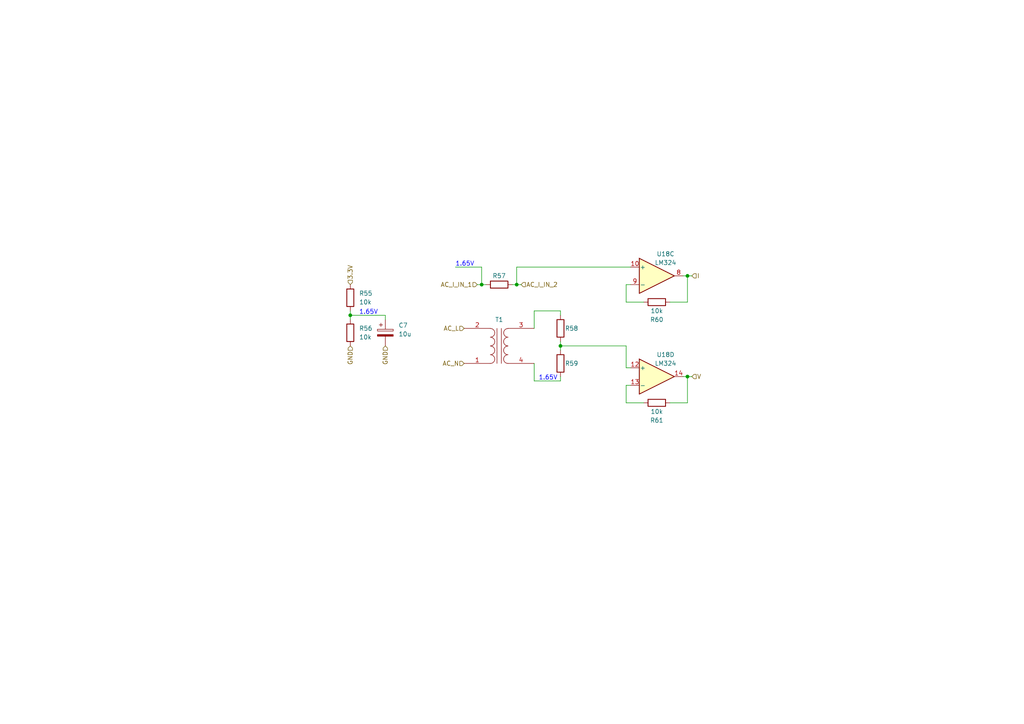
<source format=kicad_sch>
(kicad_sch (version 20231120) (generator "eeschema") (generator_version "8.0")
  (paper "A4")
  (title_block (title "Domoticata main control unit") (date "2024-07-14") (rev "0.1") (company "Davide Scalisi"))
  (lib_symbols
    (symbol "Amplifier_Operational:LM324" (pin_names (offset 0.127))
      (property "Reference" "U" (at 0 5.08 0))
      (property "Value" "LM324" (at 0 -5.08 0))
      (symbol "LM324_1_1"
        (polyline (pts (xy -5.08 5.08) (xy 5.08 0) (xy -5.08 -5.08) (xy -5.08 5.08)) (stroke (width 0.254)) (fill (type background)))
        (pin output line (at 7.62 0 180) (length 2.54) (name "~") (number "1"))
        (pin input line (at -7.62 -2.54 0) (length 2.54) (name "-") (number "2"))
        (pin input line (at -7.62 2.54 0) (length 2.54) (name "+") (number "3"))
      )
      (symbol "LM324_2_1"
        (polyline (pts (xy -5.08 5.08) (xy 5.08 0) (xy -5.08 -5.08) (xy -5.08 5.08)) (stroke (width 0.254)) (fill (type background)))
        (pin input line (at -7.62 2.54 0) (length 2.54) (name "+") (number "5"))
        (pin input line (at -7.62 -2.54 0) (length 2.54) (name "-") (number "6"))
        (pin output line (at 7.62 0 180) (length 2.54) (name "~") (number "7"))
      )
      (symbol "LM324_3_1"
        (polyline (pts (xy -5.08 5.08) (xy 5.08 0) (xy -5.08 -5.08) (xy -5.08 5.08)) (stroke (width 0.254)) (fill (type background)))
        (pin input line (at -7.62 2.54 0) (length 2.54) (name "+") (number "10"))
        (pin output line (at 7.62 0 180) (length 2.54) (name "~") (number "8"))
        (pin input line (at -7.62 -2.54 0) (length 2.54) (name "-") (number "9"))
      )
      (symbol "LM324_4_1"
        (polyline (pts (xy -5.08 5.08) (xy 5.08 0) (xy -5.08 -5.08) (xy -5.08 5.08)) (stroke (width 0.254)) (fill (type background)))
        (pin input line (at -7.62 2.54 0) (length 2.54) (name "+") (number "12"))
        (pin input line (at -7.62 -2.54 0) (length 2.54) (name "-") (number "13"))
        (pin output line (at 7.62 0 180) (length 2.54) (name "~") (number "14"))
      )
      (symbol "LM324_5_1"
        (pin power_in line (at -2.54 -7.62 90) (length 3.81) (name "V-") (number "11"))
        (pin power_in line (at -2.54 7.62 270) (length 3.81) (name "V+") (number "4"))
      )
    )
    (symbol "Device:C_Polarized" (pin_numbers hide) (pin_names (offset 0.254))
      (property "Reference" "C" (at 0.635 2.54 0))
      (property "Value" "C_Polarized" (at 0.635 -2.54 0))
      (symbol "C_Polarized_0_1"
        (rectangle (start -2.286 0.508) (end 2.286 1.016))
        (polyline (pts (xy -1.778 2.286) (xy -0.762 2.286)))
        (polyline (pts (xy -1.27 2.794) (xy -1.27 1.778)))
        (rectangle (start 2.286 -0.508) (end -2.286 -1.016) (fill (type outline)))
      )
      (symbol "C_Polarized_1_1"
        (pin passive line (at 0 3.81 270) (length 2.794) (name "~") (number "1"))
        (pin passive line (at 0 -3.81 90) (length 2.794) (name "~") (number "2"))
      )
    )
    (symbol "Device:R" (pin_numbers hide) (pin_names (offset 0))
      (property "Reference" "R" (at 2.032 0 90))
      (property "Value" "R" (at 0 0 90))
      (symbol "R_0_1"
        (rectangle (start -1.016 -2.54) (end 1.016 2.54) (stroke (width 0.254)))
      )
      (symbol "R_1_1"
        (pin passive line (at 0 3.81 270) (length 1.27) (name "~") (number "1"))
        (pin passive line (at 0 -3.81 90) (length 1.27) (name "~") (number "2"))
      )
    )
    (symbol "Device:Transformer_1P_1S" (pin_names (offset 1.016) hide)
      (property "Reference" "T" (at 0 6.35 0))
      (property "Value" "Transformer_1P_1S" (at 0 -7.62 0))
      (symbol "Transformer_1P_1S_0_1"
        (arc (start -2.54 -5.0546) (mid -1.6599 -4.6901) (end -1.27 -3.81))
        (arc (start -2.54 -2.5146) (mid -1.6599 -2.1501) (end -1.27 -1.27))
        (arc (start -2.54 0.0254) (mid -1.6599 0.3899) (end -1.27 1.27))
        (arc (start -2.54 2.5654) (mid -1.6599 2.9299) (end -1.27 3.81))
        (arc (start -1.27 -3.81) (mid -1.642 -2.912) (end -2.54 -2.54))
        (arc (start -1.27 -1.27) (mid -1.642 -0.372) (end -2.54 0))
        (arc (start -1.27 1.27) (mid -1.642 2.168) (end -2.54 2.54))
        (arc (start -1.27 3.81) (mid -1.642 4.708) (end -2.54 5.08))
        (polyline (pts (xy -0.635 5.08) (xy -0.635 -5.08)))
        (polyline (pts (xy 0.635 -5.08) (xy 0.635 5.08)))
        (arc (start 1.2954 -1.27) (mid 1.6599 -2.1501) (end 2.54 -2.5146))
        (arc (start 1.2954 1.27) (mid 1.6599 0.3899) (end 2.54 0.0254))
        (arc (start 1.2954 3.81) (mid 1.6599 2.9299) (end 2.54 2.5654))
        (arc (start 1.3208 -3.81) (mid 1.6853 -4.6901) (end 2.5654 -5.0546))
        (arc (start 2.54 0) (mid 1.642 -0.372) (end 1.2954 -1.27))
        (arc (start 2.54 2.54) (mid 1.642 2.168) (end 1.2954 1.27))
        (arc (start 2.54 5.08) (mid 1.642 4.708) (end 1.2954 3.81))
        (arc (start 2.5654 -2.54) (mid 1.6674 -2.912) (end 1.3208 -3.81))
      )
      (symbol "Transformer_1P_1S_1_1"
        (pin passive line (at -10.16 5.08 0) (length 7.62) (name "AA") (number "1"))
        (pin passive line (at -10.16 -5.08 0) (length 7.62) (name "AB") (number "2"))
        (pin passive line (at 10.16 -5.08 180) (length 7.62) (name "SA") (number "3"))
        (pin passive line (at 10.16 5.08 180) (length 7.62) (name "SB") (number "4"))
      )
    )
  )
  (junction (at 101.6 91.44))
  (junction (at 199.39 80.01))
  (junction (at 162.56 100.33))
  (junction (at 149.86 82.55))
  (junction (at 139.7 82.55))
  (junction (at 199.39 109.22))
  (wire (pts (xy 139.7 82.55) (xy 139.7 77.47)))
  (wire (pts (xy 138.43 82.55) (xy 139.7 82.55)))
  (wire (pts (xy 162.56 99.06) (xy 162.56 100.33)))
  (wire (pts (xy 111.76 91.44) (xy 101.6 91.44)))
  (wire (pts (xy 132.08 77.47) (xy 139.7 77.47)))
  (wire (pts (xy 162.56 100.33) (xy 162.56 101.6)))
  (wire (pts (xy 101.6 90.17) (xy 101.6 91.44)))
  (wire (pts (xy 149.86 82.55) (xy 151.13 82.55)))
  (wire (pts (xy 140.97 82.55) (xy 139.7 82.55)))
  (wire (pts (xy 199.39 80.01) (xy 200.66 80.01)))
  (wire (pts (xy 199.39 87.63) (xy 199.39 80.01)))
  (wire (pts (xy 181.61 111.76) (xy 181.61 116.84)))
  (wire (pts (xy 181.61 116.84) (xy 186.69 116.84)))
  (wire (pts (xy 199.39 116.84) (xy 199.39 109.22)))
  (wire (pts (xy 162.56 109.22) (xy 162.56 110.49)))
  (wire (pts (xy 182.88 106.68) (xy 181.61 106.68)))
  (wire (pts (xy 162.56 110.49) (xy 154.94 110.49)))
  (wire (pts (xy 199.39 109.22) (xy 200.66 109.22)))
  (wire (pts (xy 101.6 91.44) (xy 101.6 92.71)))
  (wire (pts (xy 199.39 80.01) (xy 198.12 80.01)))
  (wire (pts (xy 111.76 92.71) (xy 111.76 91.44)))
  (wire (pts (xy 154.94 105.41) (xy 154.94 110.49)))
  (wire (pts (xy 182.88 82.55) (xy 181.61 82.55)))
  (wire (pts (xy 154.94 95.25) (xy 154.94 90.17)))
  (wire (pts (xy 194.31 87.63) (xy 199.39 87.63)))
  (wire (pts (xy 149.86 82.55) (xy 148.59 82.55)))
  (wire (pts (xy 149.86 77.47) (xy 182.88 77.47)))
  (wire (pts (xy 181.61 82.55) (xy 181.61 87.63)))
  (wire (pts (xy 181.61 87.63) (xy 186.69 87.63)))
  (wire (pts (xy 198.12 109.22) (xy 199.39 109.22)))
  (wire (pts (xy 162.56 90.17) (xy 162.56 91.44)))
  (wire (pts (xy 162.56 100.33) (xy 181.61 100.33)))
  (wire (pts (xy 181.61 106.68) (xy 181.61 100.33)))
  (wire (pts (xy 181.61 111.76) (xy 182.88 111.76)))
  (wire (pts (xy 154.94 90.17) (xy 162.56 90.17)))
  (wire (pts (xy 194.31 116.84) (xy 199.39 116.84)))
  (wire (pts (xy 149.86 77.47) (xy 149.86 82.55)))
  (label "1.65V" (at 132.08 77.47 0))
  (label "1.65V" (at 104.14 91.44 0))
  (label "1.65V" (at 156.21 110.49 0))
  (hierarchical_label "GND" (shape input) (at 101.6 100.33 270))
  (hierarchical_label "AC_I_IN_1" (shape input) (at 138.43 82.55 180))
  (hierarchical_label "I" (shape input) (at 200.66 80.01 0))
  (hierarchical_label "AC_L" (shape input) (at 134.62 95.25 180))
  (hierarchical_label "GND" (shape input) (at 111.76 100.33 270))
  (hierarchical_label "V" (shape input) (at 200.66 109.22 0))
  (hierarchical_label "AC_I_IN_2" (shape input) (at 151.13 82.55 0))
  (hierarchical_label "3.3V" (shape input) (at 101.6 82.55 90))
  (hierarchical_label "AC_N" (shape input) (at 134.62 105.41 180))
  (symbol (lib_id "Device:Transformer_1P_1S") (at 144.78 100.33 0) (mirror x) (unit 1)
    (property "Reference" "T1" (at 144.78 92.71 0))
    (property "Value" "Transformer_1P_1S" (effects (hide yes)))
    (property "Footprint" "HomeMonitor:Transformer" (effects (hide yes)))
    (property "Description" "Transformer, single primary, single secondary" (effects (hide yes)))
  )
  (symbol (lib_id "Device:R") (at 190.5 116.84 90) (mirror x) (unit 1)
    (property "Reference" "R61" (at 190.5 121.92 90))
    (property "Value" "10k" (at 190.5 119.38 90))
    (property "Footprint" "Resistor_THT:R_Axial_DIN0207_L6.3mm_D2.5mm_P7.62mm_Horizontal" (effects (hide yes)))
    (property "Description" "Resistor" (effects (hide yes)))
  )
  (symbol (lib_id "Device:R") (at 144.78 82.55 90) (unit 1)
    (property "Reference" "R57" (at 144.78 80.01 90))
    (property "Value" "R" (effects (hide yes)))
    (property "Footprint" "Resistor_THT:R_Axial_DIN0207_L6.3mm_D2.5mm_P7.62mm_Horizontal" (effects (hide yes)))
    (property "Description" "Resistor" (effects (hide yes)))
  )
  (symbol (lib_id "Device:R") (at 190.5 87.63 270) (unit 1)
    (property "Reference" "R60" (at 190.5 92.71 90))
    (property "Value" "10k" (at 190.5 90.17 90))
    (property "Footprint" "Resistor_THT:R_Axial_DIN0207_L6.3mm_D2.5mm_P7.62mm_Horizontal" (effects (hide yes)))
    (property "Description" "Resistor" (effects (hide yes)))
  )
  (symbol (lib_id "Device:R") (at 162.56 105.41 0) (unit 1)
    (property "Reference" "R59" (at 163.83 105.41 0) (effects (justify left)))
    (property "Value" "R" (effects (hide yes)))
    (property "Footprint" "Resistor_THT:R_Axial_DIN0207_L6.3mm_D2.5mm_P7.62mm_Horizontal" (effects (hide yes)))
    (property "Description" "Resistor" (effects (hide yes)))
  )
  (symbol (lib_id "Device:R") (at 162.56 95.25 0) (unit 1)
    (property "Reference" "R58" (at 163.83 95.25 0) (effects (justify left)))
    (property "Value" "R" (effects (hide yes)))
    (property "Footprint" "Resistor_THT:R_Axial_DIN0207_L6.3mm_D2.5mm_P7.62mm_Horizontal" (effects (hide yes)))
    (property "Description" "Resistor" (effects (hide yes)))
  )
  (symbol (lib_id "Amplifier_Operational:LM324") (at 190.5 109.22 0) (unit 4)
    (property "Reference" "U18" (at 193.04 102.87 0))
    (property "Value" "LM324" (at 193.04 105.41 0))
    (property "Footprint" "Package_DIP:DIP-14_W7.62mm_Socket" (effects (hide yes)))
    (property "Datasheet" "http://www.ti.com/lit/ds/symlink/lm2902-n.pdf" (effects (hide yes)))
    (property "Description" "Low-Power, Quad-Operational Amplifiers, DIP-14/SOIC-14/SSOP-14" (effects (hide yes)))
  )
  (symbol (lib_id "Device:R") (at 101.6 96.52 0) (unit 1)
    (property "Reference" "R56" (at 104.14 95.2499 0) (effects (justify left)))
    (property "Value" "10k" (at 104.14 97.7899 0) (effects (justify left)))
    (property "Footprint" "Resistor_THT:R_Axial_DIN0207_L6.3mm_D2.5mm_P7.62mm_Horizontal" (effects (hide yes)))
    (property "Description" "Resistor" (effects (hide yes)))
  )
  (symbol (lib_id "Device:R") (at 101.6 86.36 180) (unit 1)
    (property "Reference" "R55" (at 104.14 85.0899 0) (effects (justify right)))
    (property "Value" "10k" (at 104.14 87.6299 0) (effects (justify right)))
    (property "Footprint" "Resistor_THT:R_Axial_DIN0207_L6.3mm_D2.5mm_P7.62mm_Horizontal" (effects (hide yes)))
    (property "Description" "Resistor" (effects (hide yes)))
  )
  (symbol (lib_id "Amplifier_Operational:LM324") (at 190.5 80.01 0) (unit 3)
    (property "Reference" "U18" (at 193.04 73.66 0))
    (property "Value" "LM324" (at 193.04 76.2 0))
    (property "Footprint" "Package_DIP:DIP-14_W7.62mm_Socket" (effects (hide yes)))
    (property "Datasheet" "http://www.ti.com/lit/ds/symlink/lm2902-n.pdf" (effects (hide yes)))
    (property "Description" "Low-Power, Quad-Operational Amplifiers, DIP-14/SOIC-14/SSOP-14" (effects (hide yes)))
  )
  (symbol (lib_id "Device:C_Polarized") (at 111.76 96.52 0) (unit 1)
    (property "Reference" "C7" (at 115.57 94.3609 0) (effects (justify left)))
    (property "Value" "10u" (at 115.57 96.9009 0) (effects (justify left)))
    (property "Footprint" "Capacitor_THT:CP_Radial_D4.0mm_P2.00mm" (effects (hide yes)))
    (property "Description" "Polarized capacitor" (effects (hide yes)))
  )
)
</source>
